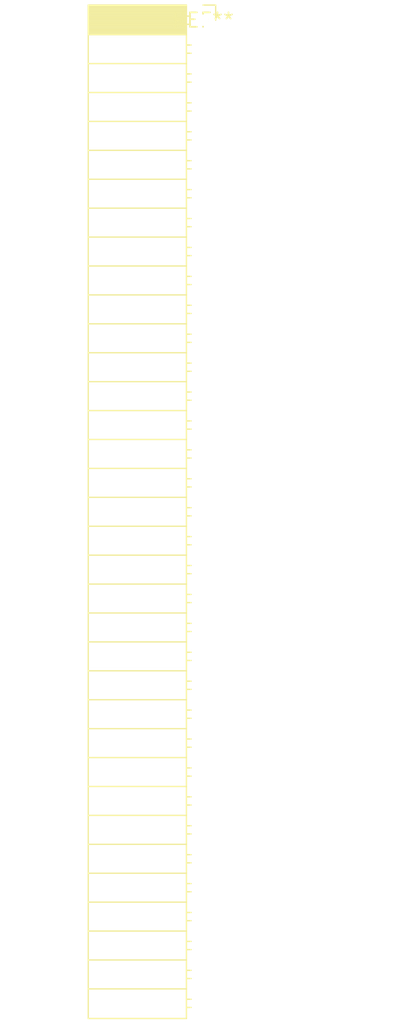
<source format=kicad_pcb>
(kicad_pcb (version 20240108) (generator pcbnew)
  (layers (0 "F.Cu" signal) (31 "B.Cu" signal) (34 "B.Paste" user) (35 "F.Paste" user) (36 "B.SilkS" user "B.Silkscreen") (37 "F.SilkS" user "F.Silkscreen") (38 "B.Mask" user) (39 "F.Mask" user) (44 "Edge.Cuts" user))
  (net 0 "")
  (footprint "PinSocket_1x35_P2.54mm_Horizontal" (layer "F.Cu") (at 0 0)
    (property "Reference" "REF**")
    (property "Value" "PinSocket_1x35_P2.54mm_Horizontal")
    (fp_line (start -10.09 -1.33) (end -10.09 87.69) (layer "F.SilkS") (stroke (width 0.12)))
    (fp_line (start -10.09 -1.33) (end -1.46 -1.33) (layer "F.SilkS") (stroke (width 0.12)))
    (fp_line (start -10.09 -1.21) (end -1.46 -1.21) (layer "F.SilkS") (stroke (width 0.12)))
    (fp_line (start -10.09 -1.091905) (end -1.46 -1.091905) (layer "F.SilkS") (stroke (width 0.12)))
    (fp_line (start -10.09 -0.97381) (end -1.46 -0.97381) (layer "F.SilkS") (stroke (width 0.12)))
    (fp_line (start -10.09 -0.855715) (end -1.46 -0.855715) (layer "F.SilkS") (stroke (width 0.12)))
    (fp_line (start -10.09 -0.73762) (end -1.46 -0.73762) (layer "F.SilkS") (stroke (width 0.12)))
    (fp_line (start -10.09 -0.619525) (end -1.46 -0.619525) (layer "F.SilkS") (stroke (width 0.12)))
    (fp_line (start -10.09 -0.50143) (end -1.46 -0.50143) (layer "F.SilkS") (stroke (width 0.12)))
    (fp_line (start -10.09 -0.383335) (end -1.46 -0.383335) (layer "F.SilkS") (stroke (width 0.12)))
    (fp_line (start -10.09 -0.26524) (end -1.46 -0.26524) (layer "F.SilkS") (stroke (width 0.12)))
    (fp_line (start -10.09 -0.147145) (end -1.46 -0.147145) (layer "F.SilkS") (stroke (width 0.12)))
    (fp_line (start -10.09 -0.02905) (end -1.46 -0.02905) (layer "F.SilkS") (stroke (width 0.12)))
    (fp_line (start -10.09 0.089045) (end -1.46 0.089045) (layer "F.SilkS") (stroke (width 0.12)))
    (fp_line (start -10.09 0.20714) (end -1.46 0.20714) (layer "F.SilkS") (stroke (width 0.12)))
    (fp_line (start -10.09 0.325235) (end -1.46 0.325235) (layer "F.SilkS") (stroke (width 0.12)))
    (fp_line (start -10.09 0.44333) (end -1.46 0.44333) (layer "F.SilkS") (stroke (width 0.12)))
    (fp_line (start -10.09 0.561425) (end -1.46 0.561425) (layer "F.SilkS") (stroke (width 0.12)))
    (fp_line (start -10.09 0.67952) (end -1.46 0.67952) (layer "F.SilkS") (stroke (width 0.12)))
    (fp_line (start -10.09 0.797615) (end -1.46 0.797615) (layer "F.SilkS") (stroke (width 0.12)))
    (fp_line (start -10.09 0.91571) (end -1.46 0.91571) (layer "F.SilkS") (stroke (width 0.12)))
    (fp_line (start -10.09 1.033805) (end -1.46 1.033805) (layer "F.SilkS") (stroke (width 0.12)))
    (fp_line (start -10.09 1.1519) (end -1.46 1.1519) (layer "F.SilkS") (stroke (width 0.12)))
    (fp_line (start -10.09 1.27) (end -1.46 1.27) (layer "F.SilkS") (stroke (width 0.12)))
    (fp_line (start -10.09 3.81) (end -1.46 3.81) (layer "F.SilkS") (stroke (width 0.12)))
    (fp_line (start -10.09 6.35) (end -1.46 6.35) (layer "F.SilkS") (stroke (width 0.12)))
    (fp_line (start -10.09 8.89) (end -1.46 8.89) (layer "F.SilkS") (stroke (width 0.12)))
    (fp_line (start -10.09 11.43) (end -1.46 11.43) (layer "F.SilkS") (stroke (width 0.12)))
    (fp_line (start -10.09 13.97) (end -1.46 13.97) (layer "F.SilkS") (stroke (width 0.12)))
    (fp_line (start -10.09 16.51) (end -1.46 16.51) (layer "F.SilkS") (stroke (width 0.12)))
    (fp_line (start -10.09 19.05) (end -1.46 19.05) (layer "F.SilkS") (stroke (width 0.12)))
    (fp_line (start -10.09 21.59) (end -1.46 21.59) (layer "F.SilkS") (stroke (width 0.12)))
    (fp_line (start -10.09 24.13) (end -1.46 24.13) (layer "F.SilkS") (stroke (width 0.12)))
    (fp_line (start -10.09 26.67) (end -1.46 26.67) (layer "F.SilkS") (stroke (width 0.12)))
    (fp_line (start -10.09 29.21) (end -1.46 29.21) (layer "F.SilkS") (stroke (width 0.12)))
    (fp_line (start -10.09 31.75) (end -1.46 31.75) (layer "F.SilkS") (stroke (width 0.12)))
    (fp_line (start -10.09 34.29) (end -1.46 34.29) (layer "F.SilkS") (stroke (width 0.12)))
    (fp_line (start -10.09 36.83) (end -1.46 36.83) (layer "F.SilkS") (stroke (width 0.12)))
    (fp_line (start -10.09 39.37) (end -1.46 39.37) (layer "F.SilkS") (stroke (width 0.12)))
    (fp_line (start -10.09 41.91) (end -1.46 41.91) (layer "F.SilkS") (stroke (width 0.12)))
    (fp_line (start -10.09 44.45) (end -1.46 44.45) (layer "F.SilkS") (stroke (width 0.12)))
    (fp_line (start -10.09 46.99) (end -1.46 46.99) (layer "F.SilkS") (stroke (width 0.12)))
    (fp_line (start -10.09 49.53) (end -1.46 49.53) (layer "F.SilkS") (stroke (width 0.12)))
    (fp_line (start -10.09 52.07) (end -1.46 52.07) (layer "F.SilkS") (stroke (width 0.12)))
    (fp_line (start -10.09 54.61) (end -1.46 54.61) (layer "F.SilkS") (stroke (width 0.12)))
    (fp_line (start -10.09 57.15) (end -1.46 57.15) (layer "F.SilkS") (stroke (width 0.12)))
    (fp_line (start -10.09 59.69) (end -1.46 59.69) (layer "F.SilkS") (stroke (width 0.12)))
    (fp_line (start -10.09 62.23) (end -1.46 62.23) (layer "F.SilkS") (stroke (width 0.12)))
    (fp_line (start -10.09 64.77) (end -1.46 64.77) (layer "F.SilkS") (stroke (width 0.12)))
    (fp_line (start -10.09 67.31) (end -1.46 67.31) (layer "F.SilkS") (stroke (width 0.12)))
    (fp_line (start -10.09 69.85) (end -1.46 69.85) (layer "F.SilkS") (stroke (width 0.12)))
    (fp_line (start -10.09 72.39) (end -1.46 72.39) (layer "F.SilkS") (stroke (width 0.12)))
    (fp_line (start -10.09 74.93) (end -1.46 74.93) (layer "F.SilkS") (stroke (width 0.12)))
    (fp_line (start -10.09 77.47) (end -1.46 77.47) (layer "F.SilkS") (stroke (width 0.12)))
    (fp_line (start -10.09 80.01) (end -1.46 80.01) (layer "F.SilkS") (stroke (width 0.12)))
    (fp_line (start -10.09 82.55) (end -1.46 82.55) (layer "F.SilkS") (stroke (width 0.12)))
    (fp_line (start -10.09 85.09) (end -1.46 85.09) (layer "F.SilkS") (stroke (width 0.12)))
    (fp_line (start -10.09 87.69) (end -1.46 87.69) (layer "F.SilkS") (stroke (width 0.12)))
    (fp_line (start -1.46 -1.33) (end -1.46 87.69) (layer "F.SilkS") (stroke (width 0.12)))
    (fp_line (start -1.46 -0.36) (end -1.11 -0.36) (layer "F.SilkS") (stroke (width 0.12)))
    (fp_line (start -1.46 0.36) (end -1.11 0.36) (layer "F.SilkS") (stroke (width 0.12)))
    (fp_line (start -1.46 2.18) (end -1.05 2.18) (layer "F.SilkS") (stroke (width 0.12)))
    (fp_line (start -1.46 2.9) (end -1.05 2.9) (layer "F.SilkS") (stroke (width 0.12)))
    (fp_line (start -1.46 4.72) (end -1.05 4.72) (layer "F.SilkS") (stroke (width 0.12)))
    (fp_line (start -1.46 5.44) (end -1.05 5.44) (layer "F.SilkS") (stroke (width 0.12)))
    (fp_line (start -1.46 7.26) (end -1.05 7.26) (layer "F.SilkS") (stroke (width 0.12)))
    (fp_line (start -1.46 7.98) (end -1.05 7.98) (layer "F.SilkS") (stroke (width 0.12)))
    (fp_line (start -1.46 9.8) (end -1.05 9.8) (layer "F.SilkS") (stroke (width 0.12)))
    (fp_line (start -1.46 10.52) (end -1.05 10.52) (layer "F.SilkS") (stroke (width 0.12)))
    (fp_line (start -1.46 12.34) (end -1.05 12.34) (layer "F.SilkS") (stroke (width 0.12)))
    (fp_line (start -1.46 13.06) (end -1.05 13.06) (layer "F.SilkS") (stroke (width 0.12)))
    (fp_line (start -1.46 14.88) (end -1.05 14.88) (layer "F.SilkS") (stroke (width 0.12)))
    (fp_line (start -1.46 15.6) (end -1.05 15.6) (layer "F.SilkS") (stroke (width 0.12)))
    (fp_line (start -1.46 17.42) (end -1.05 17.42) (layer "F.SilkS") (stroke (width 0.12)))
    (fp_line (start -1.46 18.14) (end -1.05 18.14) (layer "F.SilkS") (stroke (width 0.12)))
    (fp_line (start -1.46 19.96) (end -1.05 19.96) (layer "F.SilkS") (stroke (width 0.12)))
    (fp_line (start -1.46 20.68) (end -1.05 20.68) (layer "F.SilkS") (stroke (width 0.12)))
    (fp_line (start -1.46 22.5) (end -1.05 22.5) (layer "F.SilkS") (stroke (width 0.12)))
    (fp_line (start -1.46 23.22) (end -1.05 23.22) (layer "F.SilkS") (stroke (width 0.12)))
    (fp_line (start -1.46 25.04) (end -1.05 25.04) (layer "F.SilkS") (stroke (width 0.12)))
    (fp_line (start -1.46 25.76) (end -1.05 25.76) (layer "F.SilkS") (stroke (width 0.12)))
    (fp_line (start -1.46 27.58) (end -1.05 27.58) (layer "F.SilkS") (stroke (width 0.12)))
    (fp_line (start -1.46 28.3) (end -1.05 28.3) (layer "F.SilkS") (stroke (width 0.12)))
    (fp_line (start -1.46 30.12) (end -1.05 30.12) (layer "F.SilkS") (stroke (width 0.12)))
    (fp_line (start -1.46 30.84) (end -1.05 30.84) (layer "F.SilkS") (stroke (width 0.12)))
    (fp_line (start -1.46 32.66) (end -1.05 32.66) (layer "F.SilkS") (stroke (width 0.12)))
    (fp_line (start -1.46 33.38) (end -1.05 33.38) (layer "F.SilkS") (stroke (width 0.12)))
    (fp_line (start -1.46 35.2) (end -1.05 35.2) (layer "F.SilkS") (stroke (width 0.12)))
    (fp_line (start -1.46 35.92) (end -1.05 35.92) (layer "F.SilkS") (stroke (width 0.12)))
    (fp_line (start -1.46 37.74) (end -1.05 37.74) (layer "F.SilkS") (stroke (width 0.12)))
    (fp_line (start -1.46 38.46) (end -1.05 38.46) (layer "F.SilkS") (stroke (width 0.12)))
    (fp_line (start -1.46 40.28) (end -1.05 40.28) (layer "F.SilkS") (stroke (width 0.12)))
    (fp_line (start -1.46 41) (end -1.05 41) (layer "F.SilkS") (stroke (width 0.12)))
    (fp_line (start -1.46 42.82) (end -1.05 42.82) (layer "F.SilkS") (stroke (width 0.12)))
    (fp_line (start -1.46 43.54) (end -1.05 43.54) (layer "F.SilkS") (stroke (width 0.12)))
    (fp_line (start -1.46 45.36) (end -1.05 45.36) (layer "F.SilkS") (stroke (width 0.12)))
    (fp_line (start -1.46 46.08) (end -1.05 46.08) (layer "F.SilkS") (stroke (width 0.12)))
    (fp_line (start -1.46 47.9) (end -1.05 47.9) (layer "F.SilkS") (stroke (width 0.12)))
    (fp_line (start -1.46 48.62) (end -1.05 48.62) (layer "F.SilkS") (stroke (width 0.12)))
    (fp_line (start -1.46 50.44) (end -1.05 50.44) (layer "F.SilkS") (stroke (width 0.12)))
    (fp_line (start -1.46 51.16) (end -1.05 51.16) (layer "F.SilkS") (stroke (width 0.12)))
    (fp_line (start -1.46 52.98) (end -1.05 52.98) (layer "F.SilkS") (stroke (width 0.12)))
    (fp_line (start -1.46 53.7) (end -1.05 53.7) (layer "F.SilkS") (stroke (width 0.12)))
    (fp_line (start -1.46 55.52) (end -1.05 55.52) (layer "F.SilkS") (stroke (width 0.12)))
    (fp_line (start -1.46 56.24) (end -1.05 56.24) (layer "F.SilkS") (stroke (width 0.12)))
    (fp_line (start -1.46 58.06) (end -1.05 58.06) (layer "F.SilkS") (stroke (width 0.12)))
    (fp_line (start -1.46 58.78) (end -1.05 58.78) (layer "F.SilkS") (stroke (width 0.12)))
    (fp_line (start -1.46 60.6) (end -1.05 60.6) (layer "F.SilkS") (stroke (width 0.12)))
    (fp_line (start -1.46 61.32) (end -1.05 61.32) (layer "F.SilkS") (stroke (width 0.12)))
    (fp_line (start -1.46 63.14) (end -1.05 63.14) (layer "F.SilkS") (stroke (width 0.12)))
    (fp_line (start -1.46 63.86) (end -1.05 63.86) (layer "F.SilkS") (stroke (width 0.12)))
    (fp_line (start -1.46 65.68) (end -1.05 65.68) (layer "F.SilkS") (stroke (width 0.12)))
    (fp_line (start -1.46 66.4) (end -1.05 66.4) (layer "F.SilkS") (stroke (width 0.12)))
    (fp_line (start -1.46 68.22) (end -1.05 68.22) (layer "F.SilkS") (stroke (width 0.12)))
    (fp_line (start -1.46 68.94) (end -1.05 68.94) (layer "F.SilkS") (stroke (width 0.12)))
    (fp_line (start -1.46 70.76) (end -1.05 70.76) (layer "F.SilkS") (stroke (width 0.12)))
    (fp_line (start -1.46 71.48) (end -1.05 71.48) (layer "F.SilkS") (stroke (width 0.12)))
    (fp_line (start -1.46 73.3) (end -1.05 73.3) (layer "F.SilkS") (stroke (width 0.12)))
    (fp_line (start -1.46 74.02) (end -1.05 74.02) (layer "F.SilkS") (stroke (width 0.12)))
    (fp_line (start -1.46 75.84) (end -1.05 75.84) (layer "F.SilkS") (stroke (width 0.12)))
    (fp_line (start -1.46 76.56) (end -1.05 76.56) (layer "F.SilkS") (stroke (width 0.12)))
    (fp_line (start -1.46 78.38) (end -1.05 78.38) (layer "F.SilkS") (stroke (width 0.12)))
    (fp_line (start -1.46 79.1) (end -1.05 79.1) (layer "F.SilkS") (stroke (width 0.12)))
    (fp_line (start -1.46 80.92) (end -1.05 80.92) (layer "F.SilkS") (stroke (width 0.12)))
    (fp_line (start -1.46 81.64) (end -1.05 81.64) (layer "F.SilkS") (stroke (width 0.12)))
    (fp_line (start -1.46 83.46) (end -1.05 83.46) (layer "F.SilkS") (stroke (width 0.12)))
    (fp_line (start -1.46 84.18) (end -1.05 84.18) (layer "F.SilkS") (stroke (width 0.12)))
    (fp_line (start -1.46 86) (end -1.05 86) (layer "F.SilkS") (stroke (width 0.12)))
    (fp_line (start -1.46 86.72) (end -1.05 86.72) (layer "F.SilkS") (stroke (width 0.12)))
    (fp_line (start 0 -1.33) (end 1.11 -1.33) (layer "F.SilkS") (stroke (width 0.12)))
    (fp_line (start 1.11 -1.33) (end 1.11 0) (layer "F.SilkS") (stroke (width 0.12)))
    (pad "1" thru_hole rect (at 0 0) (size 1.7 1.7) (drill 1) (layers *.Cu *.Mask) (remove_unused_layers))
    (pad "2" thru_hole oval (at 0 2.54) (size 1.7 1.7) (drill 1) (layers *.Cu *.Mask) (remove_unused_layers))
    (pad "3" thru_hole oval (at 0 5.08) (size 1.7 1.7) (drill 1) (layers *.Cu *.Mask) (remove_unused_layers))
    (pad "4" thru_hole oval (at 0 7.62) (size 1.7 1.7) (drill 1) (layers *.Cu *.Mask) (remove_unused_layers))
    (pad "5" thru_hole oval (at 0 10.16) (size 1.7 1.7) (drill 1) (layers *.Cu *.Mask) (remove_unused_layers))
    (pad "6" thru_hole oval (at 0 12.7) (size 1.7 1.7) (drill 1) (layers *.Cu *.Mask) (remove_unused_layers))
    (pad "7" thru_hole oval (at 0 15.24) (size 1.7 1.7) (drill 1) (layers *.Cu *.Mask) (remove_unused_layers))
    (pad "8" thru_hole oval (at 0 17.78) (size 1.7 1.7) (drill 1) (layers *.Cu *.Mask) (remove_unused_layers))
    (pad "9" thru_hole oval (at 0 20.32) (size 1.7 1.7) (drill 1) (layers *.Cu *.Mask) (remove_unused_layers))
    (pad "10" thru_hole oval (at 0 22.86) (size 1.7 1.7) (drill 1) (layers *.Cu *.Mask) (remove_unused_layers))
    (pad "11" thru_hole oval (at 0 25.4) (size 1.7 1.7) (drill 1) (layers *.Cu *.Mask) (remove_unused_layers))
    (pad "12" thru_hole oval (at 0 27.94) (size 1.7 1.7) (drill 1) (layers *.Cu *.Mask) (remove_unused_layers))
    (pad "13" thru_hole oval (at 0 30.48) (size 1.7 1.7) (drill 1) (layers *.Cu *.Mask) (remove_unused_layers))
    (pad "14" thru_hole oval (at 0 33.02) (size 1.7 1.7) (drill 1) (layers *.Cu *.Mask) (remove_unused_layers))
    (pad "15" thru_hole oval (at 0 35.56) (size 1.7 1.7) (drill 1) (layers *.Cu *.Mask) (remove_unused_layers))
    (pad "16" thru_hole oval (at 0 38.1) (size 1.7 1.7) (drill 1) (layers *.Cu *.Mask) (remove_unused_layers))
    (pad "17" thru_hole oval (at 0 40.64) (size 1.7 1.7) (drill 1) (layers *.Cu *.Mask) (remove_unused_layers))
    (pad "18" thru_hole oval (at 0 43.18) (size 1.7 1.7) (drill 1) (layers *.Cu *.Mask) (remove_unused_layers))
    (pad "19" thru_hole oval (at 0 45.72) (size 1.7 1.7) (drill 1) (layers *.Cu *.Mask) (remove_unused_layers))
    (pad "20" thru_hole oval (at 0 48.26) (size 1.7 1.7) (drill 1) (layers *.Cu *.Mask) (remove_unused_layers))
    (pad "21" thru_hole oval (at 0 50.8) (size 1.7 1.7) (drill 1) (layers *.Cu *.Mask) (remove_unused_layers))
    (pad "22" thru_hole oval (at 0 53.34) (size 1.7 1.7) (drill 1) (layers *.Cu *.Mask) (remove_unused_layers))
    (pad "23" thru_hole oval (at 0 55.88) (size 1.7 1.7) (drill 1) (layers *.Cu *.Mask) (remove_unused_layers))
    (pad "24" thru_hole oval (at 0 58.42) (size 1.7 1.7) (drill 1) (layers *.Cu *.Mask) (remove_unused_layers))
    (pad "25" thru_hole oval (at 0 60.96) (size 1.7 1.7) (drill 1) (layers *.Cu *.Mask) (remove_unused_layers))
    (pad "26" thru_hole oval (at 0 63.5) (size 1.7 1.7) (drill 1) (layers *.Cu *.Mask) (remove_unused_layers))
    (pad "27" thru_hole oval (at 0 66.04) (size 1.7 1.7) (drill 1) (layers *.Cu *.Mask) (remove_unused_layers))
    (pad "28" thru_hole oval (at 0 68.58) (size 1.7 1.7) (drill 1) (layers *.Cu *.Mask) (remove_unused_layers))
    (pad "29" thru_hole oval (at 0 71.12) (size 1.7 1.7) (drill 1) (layers *.Cu *.Mask) (remove_unused_layers))
    (pad "30" thru_hole oval (at 0 73.66) (size 1.7 1.7) (drill 1) (layers *.Cu *.Mask) (remove_unused_layers))
    (pad "31" thru_hole oval (at 0 76.2) (size 1.7 1.7) (drill 1) (layers *.Cu *.Mask) (remove_unused_layers))
    (pad "32" thru_hole oval (at 0 78.74) (size 1.7 1.7) (drill 1) (layers *.Cu *.Mask) (remove_unused_layers))
    (pad "33" thru_hole oval (at 0 81.28) (size 1.7 1.7) (drill 1) (layers *.Cu *.Mask) (remove_unused_layers))
    (pad "34" thru_hole oval (at 0 83.82) (size 1.7 1.7) (drill 1) (layers *.Cu *.Mask) (remove_unused_layers))
    (pad "35" thru_hole oval (at 0 86.36) (size 1.7 1.7) (drill 1) (layers *.Cu *.Mask) (remove_unused_layers))
  )
)
</source>
